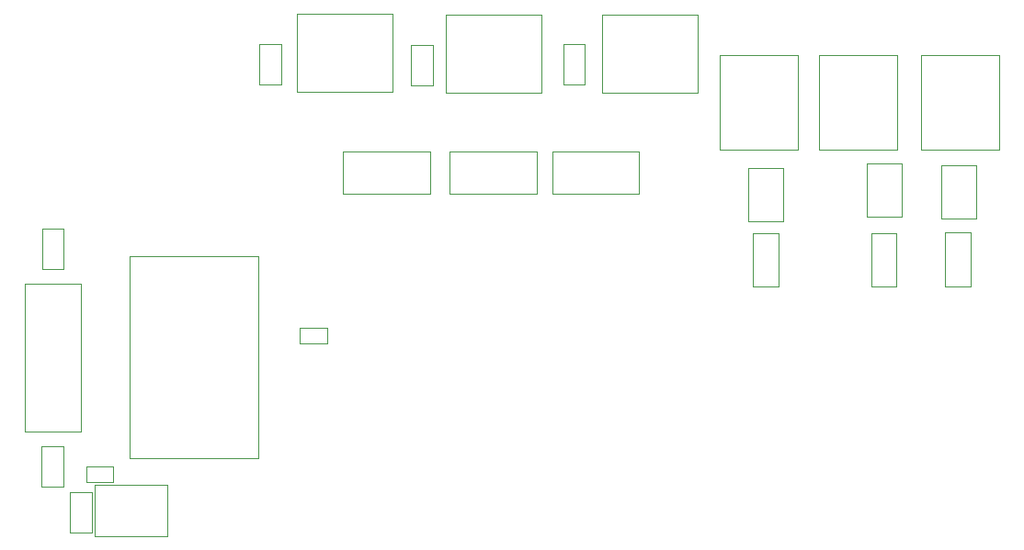
<source format=gbr>
G04 #@! TF.GenerationSoftware,KiCad,Pcbnew,no-vcs-found-104b606~61~ubuntu16.04.1*
G04 #@! TF.CreationDate,2018-02-16T14:36:21-05:00*
G04 #@! TF.ProjectId,D21_2550,4432315F323535302E6B696361645F70,rev?*
G04 #@! TF.SameCoordinates,Original*
G04 #@! TF.FileFunction,Other,User*
%FSLAX46Y46*%
G04 Gerber Fmt 4.6, Leading zero omitted, Abs format (unit mm)*
G04 Created by KiCad (PCBNEW no-vcs-found-104b606~61~ubuntu16.04.1) date Fri Feb 16 14:36:21 2018*
%MOMM*%
%LPD*%
G01*
G04 APERTURE LIST*
%ADD10C,0.050000*%
G04 APERTURE END LIST*
D10*
X99000000Y-104860000D02*
X101000000Y-104860000D01*
X101000000Y-104860000D02*
X101000000Y-101140000D01*
X101000000Y-101140000D02*
X99000000Y-101140000D01*
X99000000Y-101140000D02*
X99000000Y-104860000D01*
X100940000Y-124902500D02*
X100940000Y-121182500D01*
X98940000Y-124902500D02*
X100940000Y-124902500D01*
X98940000Y-121182500D02*
X98940000Y-124902500D01*
X100940000Y-121182500D02*
X98940000Y-121182500D01*
X131250000Y-88490000D02*
X122450000Y-88490000D01*
X131250000Y-81290000D02*
X131250000Y-88490000D01*
X122450000Y-81290000D02*
X131250000Y-81290000D01*
X122450000Y-88490000D02*
X122450000Y-81290000D01*
X136210000Y-88600000D02*
X136210000Y-81400000D01*
X136210000Y-81400000D02*
X145010000Y-81400000D01*
X145010000Y-81400000D02*
X145010000Y-88600000D01*
X145010000Y-88600000D02*
X136210000Y-88600000D01*
X159400000Y-88600000D02*
X150600000Y-88600000D01*
X159400000Y-81400000D02*
X159400000Y-88600000D01*
X150600000Y-81400000D02*
X159400000Y-81400000D01*
X150600000Y-88600000D02*
X150600000Y-81400000D01*
X101590000Y-125402500D02*
X101590000Y-129122500D01*
X103590000Y-125402500D02*
X101590000Y-125402500D01*
X103590000Y-129122500D02*
X103590000Y-125402500D01*
X101590000Y-129122500D02*
X103590000Y-129122500D01*
X167258475Y-95513566D02*
X164058475Y-95513566D01*
X164058475Y-95513566D02*
X164058475Y-100433566D01*
X164058475Y-100433566D02*
X167258475Y-100433566D01*
X167258475Y-100433566D02*
X167258475Y-95513566D01*
X178165199Y-100055802D02*
X178165199Y-95135802D01*
X174965199Y-100055802D02*
X178165199Y-100055802D01*
X174965199Y-95135802D02*
X174965199Y-100055802D01*
X178165199Y-95135802D02*
X174965199Y-95135802D01*
X185010612Y-95281349D02*
X181810612Y-95281349D01*
X181810612Y-95281349D02*
X181810612Y-100201349D01*
X181810612Y-100201349D02*
X185010612Y-100201349D01*
X185010612Y-100201349D02*
X185010612Y-95281349D01*
X121000000Y-87817500D02*
X121000000Y-84097500D01*
X119000000Y-87817500D02*
X121000000Y-87817500D01*
X119000000Y-84097500D02*
X119000000Y-87817500D01*
X121000000Y-84097500D02*
X119000000Y-84097500D01*
X135000000Y-84182500D02*
X133000000Y-84182500D01*
X133000000Y-84182500D02*
X133000000Y-87902500D01*
X133000000Y-87902500D02*
X135000000Y-87902500D01*
X135000000Y-87902500D02*
X135000000Y-84182500D01*
X149000000Y-87860000D02*
X149000000Y-84140000D01*
X147000000Y-87860000D02*
X149000000Y-87860000D01*
X147000000Y-84140000D02*
X147000000Y-87860000D01*
X149000000Y-84140000D02*
X147000000Y-84140000D01*
X126710000Y-94050000D02*
X126710000Y-97950000D01*
X126710000Y-97950000D02*
X134730000Y-97950000D01*
X134730000Y-97950000D02*
X134730000Y-94050000D01*
X134730000Y-94050000D02*
X126710000Y-94050000D01*
X144550000Y-94050000D02*
X136530000Y-94050000D01*
X144550000Y-97950000D02*
X144550000Y-94050000D01*
X136530000Y-97950000D02*
X144550000Y-97950000D01*
X136530000Y-94050000D02*
X136530000Y-97950000D01*
X145990000Y-94050000D02*
X145990000Y-97950000D01*
X145990000Y-97950000D02*
X154010000Y-97950000D01*
X154010000Y-97950000D02*
X154010000Y-94050000D01*
X154010000Y-94050000D02*
X145990000Y-94050000D01*
X107050000Y-122300000D02*
X107050000Y-103700000D01*
X118950000Y-122300000D02*
X118950000Y-103700000D01*
X107050000Y-122300000D02*
X118950000Y-122300000D01*
X107050000Y-103700000D02*
X118950000Y-103700000D01*
X161382000Y-93890000D02*
X161382000Y-85090000D01*
X168582000Y-93890000D02*
X161382000Y-93890000D01*
X168582000Y-85090000D02*
X168582000Y-93890000D01*
X161382000Y-85090000D02*
X168582000Y-85090000D01*
X170574000Y-85090000D02*
X177774000Y-85090000D01*
X177774000Y-85090000D02*
X177774000Y-93890000D01*
X177774000Y-93890000D02*
X170574000Y-93890000D01*
X170574000Y-93890000D02*
X170574000Y-85090000D01*
X179970000Y-93890000D02*
X179970000Y-85090000D01*
X187170000Y-93890000D02*
X179970000Y-93890000D01*
X187170000Y-85090000D02*
X187170000Y-93890000D01*
X179970000Y-85090000D02*
X187170000Y-85090000D01*
X97400000Y-106200000D02*
X102600000Y-106200000D01*
X102600000Y-106200000D02*
X102600000Y-119800000D01*
X102600000Y-119800000D02*
X97400000Y-119800000D01*
X97400000Y-119800000D02*
X97400000Y-106200000D01*
X125250000Y-111700000D02*
X125250000Y-110300000D01*
X122750000Y-111700000D02*
X125250000Y-111700000D01*
X122750000Y-110300000D02*
X122750000Y-111700000D01*
X125250000Y-110300000D02*
X122750000Y-110300000D01*
X103060000Y-124457500D02*
X105560000Y-124457500D01*
X105560000Y-124457500D02*
X105560000Y-123057500D01*
X105560000Y-123057500D02*
X103060000Y-123057500D01*
X103060000Y-123057500D02*
X103060000Y-124457500D01*
X166808475Y-101537022D02*
X164508475Y-101537022D01*
X164508475Y-101537022D02*
X164508475Y-106457022D01*
X164508475Y-106457022D02*
X166808475Y-106457022D01*
X166808475Y-106457022D02*
X166808475Y-101537022D01*
X177715199Y-106460302D02*
X177715199Y-101540302D01*
X175415199Y-106460302D02*
X177715199Y-106460302D01*
X175415199Y-101540302D02*
X175415199Y-106460302D01*
X177715199Y-101540302D02*
X175415199Y-101540302D01*
X184506612Y-101509349D02*
X182206612Y-101509349D01*
X182206612Y-101509349D02*
X182206612Y-106429349D01*
X182206612Y-106429349D02*
X184506612Y-106429349D01*
X184506612Y-106429349D02*
X184506612Y-101509349D01*
X103870000Y-129530000D02*
X110570000Y-129530000D01*
X103870000Y-129530000D02*
X103870000Y-124760000D01*
X110570000Y-124760000D02*
X110570000Y-129530000D01*
X110570000Y-124760000D02*
X103870000Y-124760000D01*
M02*

</source>
